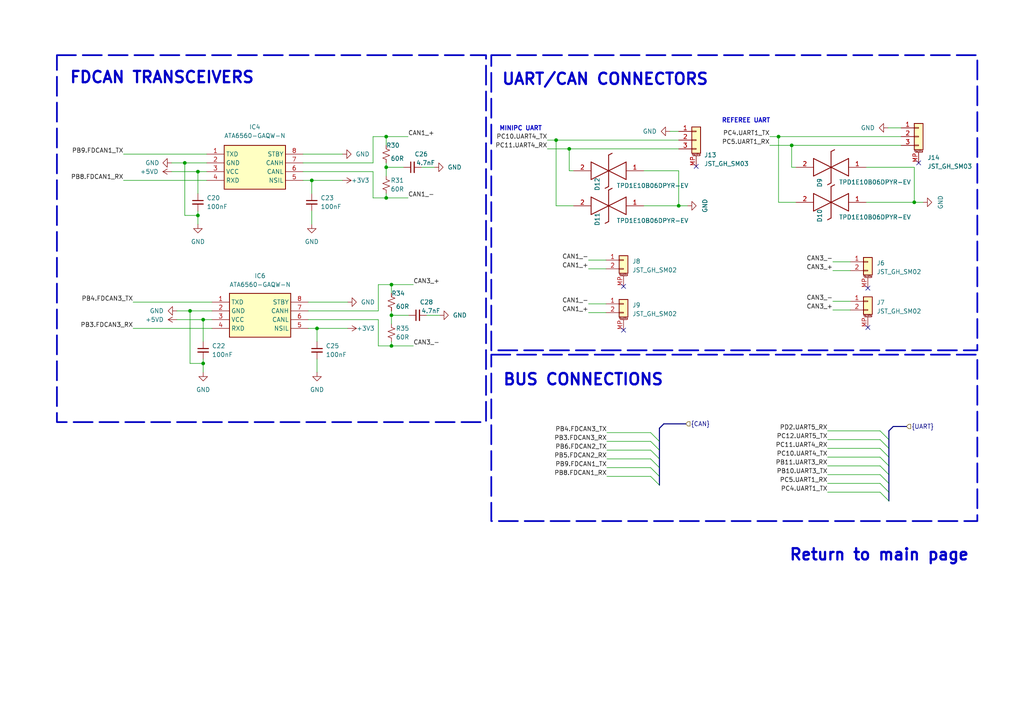
<source format=kicad_sch>
(kicad_sch (version 20231120) (generator "eeschema") (generator_version "8.0")
  (paper "A4")
  (title_block (title "Super Capacitor Module (SCM)") (date "2024-06-22") (rev "v1.0") (company "NUS Calibur Robotics") (comment 2 "Authors : Wx, Yassine Bakkali"))
  (lib_symbols
    (symbol "Connector_Generic_MountingPin:Conn_01x02_MountingPin" (pin_names (offset 1.016) hide)
      (property "Reference" "J" (at 0 2.54 0))
      (property "Value" "Conn_01x02_MountingPin" (at 1.27 -5.08 0))
      (symbol "Conn_01x02_MountingPin_1_1"
        (rectangle (start -1.27 -2.413) (end 0 -2.667) (stroke (width 0.1524)))
        (rectangle (start -1.27 0.127) (end 0 -0.127) (stroke (width 0.1524)))
        (rectangle (start -1.27 1.27) (end 1.27 -3.81) (stroke (width 0.254)) (fill (type background)))
        (polyline (pts (xy -1.016 -4.572) (xy 1.016 -4.572)) (stroke (width 0.1524)))
        (text "Mounting" (at 0 -4.191 0) (effects (font (size 0.381 0.381))))
        (pin passive line (at -5.08 0 0) (length 3.81) (name "Pin_1") (number "1"))
        (pin passive line (at -5.08 -2.54 0) (length 3.81) (name "Pin_2") (number "2"))
        (pin passive line (at 0 -7.62 90) (length 3.048) (name "MountPin") (number "MP"))
      )
    )
    (symbol "Connector_Generic_MountingPin:Conn_01x03_MountingPin" (pin_names (offset 1.016) hide)
      (property "Reference" "J" (at 0 5.08 0))
      (property "Value" "Conn_01x03_MountingPin" (at 1.27 -5.08 0))
      (symbol "Conn_01x03_MountingPin_1_1"
        (rectangle (start -1.27 -2.413) (end 0 -2.667) (stroke (width 0.1524)))
        (rectangle (start -1.27 0.127) (end 0 -0.127) (stroke (width 0.1524)))
        (rectangle (start -1.27 2.667) (end 0 2.413) (stroke (width 0.1524)))
        (rectangle (start -1.27 3.81) (end 1.27 -3.81) (stroke (width 0.254)) (fill (type background)))
        (polyline (pts (xy -1.016 -4.572) (xy 1.016 -4.572)) (stroke (width 0.1524)))
        (text "Mounting" (at 0 -4.191 0) (effects (font (size 0.381 0.381))))
        (pin passive line (at -5.08 2.54 0) (length 3.81) (name "Pin_1") (number "1"))
        (pin passive line (at -5.08 0 0) (length 3.81) (name "Pin_2") (number "2"))
        (pin passive line (at -5.08 -2.54 0) (length 3.81) (name "Pin_3") (number "3"))
        (pin passive line (at 0 -7.62 90) (length 3.048) (name "MountPin") (number "MP"))
      )
    )
    (symbol "Device:C_Small" (pin_numbers hide) (pin_names (offset 0.254) hide)
      (property "Reference" "C" (at 0.254 1.778 0))
      (property "Value" "C_Small" (at 0.254 -2.032 0))
      (symbol "C_Small_0_1"
        (polyline (pts (xy -1.524 -0.508) (xy 1.524 -0.508)) (stroke (width 0.3302)))
        (polyline (pts (xy -1.524 0.508) (xy 1.524 0.508)) (stroke (width 0.3048)))
      )
      (symbol "C_Small_1_1"
        (pin passive line (at 0 2.54 270) (length 2.032) (name "~") (number "1"))
        (pin passive line (at 0 -2.54 90) (length 2.032) (name "~") (number "2"))
      )
    )
    (symbol "Device:R_Small_US" (pin_numbers hide) (pin_names (offset 0.254) hide)
      (property "Reference" "R" (at 0.762 0.508 0))
      (property "Value" "R_Small_US" (at 0.762 -1.016 0))
      (symbol "R_Small_US_1_1"
        (polyline (pts (xy 0 0) (xy 1.016 -0.381) (xy 0 -0.762) (xy -1.016 -1.143) (xy 0 -1.524)))
        (polyline (pts (xy 0 1.524) (xy 1.016 1.143) (xy 0 0.762) (xy -1.016 0.381) (xy 0 0)))
        (pin passive line (at 0 2.54 270) (length 1.016) (name "~") (number "1"))
        (pin passive line (at 0 -2.54 90) (length 1.016) (name "~") (number "2"))
      )
    )
    (symbol "SamacSys_Parts:ATA6560-GAQW-N"
      (property "Reference" "IC" (at 24.13 7.62 0))
      (property "Value" "ATA6560-GAQW-N" (at 24.13 5.08 0))
      (symbol "ATA6560-GAQW-N_1_1"
        (rectangle (start 5.08 2.54) (end 22.86 -10.16) (stroke (width 0.254)) (fill (type background)))
        (pin passive line (at 0 0 0) (length 5.08) (name "TXD") (number "1"))
        (pin passive line (at 0 -2.54 0) (length 5.08) (name "GND") (number "2"))
        (pin passive line (at 0 -5.08 0) (length 5.08) (name "VCC") (number "3"))
        (pin passive line (at 0 -7.62 0) (length 5.08) (name "RXD") (number "4"))
        (pin passive line (at 27.94 -7.62 180) (length 5.08) (name "NSIL") (number "5"))
        (pin passive line (at 27.94 -5.08 180) (length 5.08) (name "CANL") (number "6"))
        (pin passive line (at 27.94 -2.54 180) (length 5.08) (name "CANH") (number "7"))
        (pin passive line (at 27.94 0 180) (length 5.08) (name "STBY") (number "8"))
      )
    )
    (symbol "SamacSys_Parts:PESD5V0F1BL,315" (pin_names hide)
      (property "Reference" "D" (at 15.24 8.89 0))
      (property "Value" "PESD5V0F1BL,315" (at 15.24 6.35 0))
      (symbol "PESD5V0F1BL,315_1_1"
        (polyline (pts (xy 5.08 2.54) (xy 5.08 -2.54)) (stroke (width 0.254)))
        (polyline (pts (xy 5.08 2.54) (xy 10.16 0)) (stroke (width 0.254)))
        (polyline (pts (xy 10.16 -4.572) (xy 9.144 -5.08)) (stroke (width 0.254)))
        (polyline (pts (xy 10.16 -4.572) (xy 10.16 4.572)) (stroke (width 0.254)))
        (polyline (pts (xy 10.16 0) (xy 5.08 -2.54)) (stroke (width 0.254)))
        (polyline (pts (xy 10.16 0) (xy 15.24 -2.54)) (stroke (width 0.254)))
        (polyline (pts (xy 11.176 5.08) (xy 10.16 4.572)) (stroke (width 0.254)))
        (polyline (pts (xy 15.24 2.54) (xy 10.16 0)) (stroke (width 0.254)))
        (polyline (pts (xy 15.24 2.54) (xy 15.24 -2.54)) (stroke (width 0.254)))
        (pin passive line (at 0 0 0) (length 5.08) (name "K1") (number "1"))
        (pin passive line (at 20.32 0 180) (length 5.08) (name "K2") (number "2"))
      )
    )
    (symbol "power:+3V3" (power) (pin_names (offset 0))
      (property "Value" "+3V3" (at 0 3.556 0))
      (symbol "+3V3_0_1"
        (polyline (pts (xy -0.762 1.27) (xy 0 2.54)))
        (polyline (pts (xy 0 0) (xy 0 2.54)))
        (polyline (pts (xy 0 2.54) (xy 0.762 1.27)))
      )
      (symbol "+3V3_1_1"
        (pin power_in line (at 0 0 90) (length 0) hide (name "+3V3") (number "1"))
      )
    )
    (symbol "power:+5VD" (power) (pin_names (offset 0))
      (property "Value" "+5VD" (at 0 3.556 0))
      (symbol "+5VD_0_1"
        (polyline (pts (xy -0.762 1.27) (xy 0 2.54)))
        (polyline (pts (xy 0 0) (xy 0 2.54)))
        (polyline (pts (xy 0 2.54) (xy 0.762 1.27)))
      )
      (symbol "+5VD_1_1"
        (pin power_in line (at 0 0 90) (length 0) hide (name "+5VD") (number "1"))
      )
    )
    (symbol "power:GND" (power) (pin_names (offset 0))
      (property "Value" "GND" (at 0 -3.81 0))
      (symbol "GND_0_1"
        (polyline (pts (xy 0 0) (xy 0 -1.27) (xy 1.27 -1.27) (xy 0 -2.54) (xy -1.27 -1.27) (xy 0 -1.27)))
      )
      (symbol "GND_1_1"
        (pin power_in line (at 0 0 270) (length 0) hide (name "GND") (number "1"))
      )
    )
  )
  (junction (at 113.538 91.44))
  (junction (at 112.014 39.624))
  (junction (at 229.616 42.164))
  (junction (at 55.118 90.17))
  (junction (at 113.538 100.33))
  (junction (at 113.538 82.55))
  (junction (at 225.806 39.624))
  (junction (at 265.176 58.674))
  (junction (at 161.29 40.64))
  (junction (at 58.928 105.41))
  (junction (at 91.948 95.25))
  (junction (at 53.594 47.244))
  (junction (at 90.424 52.324))
  (junction (at 165.1 43.18))
  (junction (at 57.404 49.784))
  (junction (at 196.85 59.69))
  (junction (at 112.014 57.404))
  (junction (at 112.014 48.514))
  (junction (at 58.928 92.71))
  (junction (at 57.404 62.484))
  (no_connect (at 266.446 47.244))
  (no_connect (at 180.848 83.058))
  (no_connect (at 251.714 94.996))
  (no_connect (at 201.93 48.26))
  (no_connect (at 251.714 83.566))
  (no_connect (at 180.848 95.758))
  (bus_entry (at 255.27 140.208) (size 2.54 2.54))
  (bus_entry (at 191.262 128.016) (size -2.54 -2.54))
  (bus_entry (at 255.27 135.128) (size 2.54 2.54))
  (bus_entry (at 255.27 127.508) (size 2.54 2.54))
  (bus_entry (at 191.262 140.716) (size -2.54 -2.54))
  (bus_entry (at 191.262 135.636) (size -2.54 -2.54))
  (bus_entry (at 255.27 130.048) (size 2.54 2.54))
  (bus_entry (at 191.262 138.176) (size -2.54 -2.54))
  (bus_entry (at 255.27 137.668) (size 2.54 2.54))
  (bus_entry (at 191.262 130.556) (size -2.54 -2.54))
  (bus_entry (at 255.27 132.588) (size 2.54 2.54))
  (bus_entry (at 255.27 124.968) (size 2.54 2.54))
  (bus_entry (at 191.262 133.096) (size -2.54 -2.54))
  (bus_entry (at 255.27 142.748) (size 2.54 2.54))
  (wire (pts (xy 35.814 44.704) (xy 59.944 44.704)))
  (wire (pts (xy 170.688 75.438) (xy 175.768 75.438)))
  (wire (pts (xy 112.014 48.514) (xy 117.094 48.514)))
  (wire (pts (xy 58.928 105.41) (xy 58.928 107.95)))
  (wire (pts (xy 51.308 92.71) (xy 58.928 92.71)))
  (wire (pts (xy 38.608 95.25) (xy 61.468 95.25)))
  (bus (pts (xy 257.81 132.588) (xy 257.81 130.048)))
  (bus (pts (xy 191.262 133.096) (xy 191.262 130.556)))
  (wire (pts (xy 240.03 130.048) (xy 255.27 130.048)))
  (bus (pts (xy 257.81 127.508) (xy 257.81 124.968)))
  (wire (pts (xy 49.784 49.784) (xy 57.404 49.784)))
  (wire (pts (xy 109.728 82.55) (xy 113.538 82.55)))
  (wire (pts (xy 55.118 90.17) (xy 55.118 105.41)))
  (wire (pts (xy 196.85 59.69) (xy 199.39 59.69)))
  (wire (pts (xy 108.204 39.624) (xy 112.014 39.624)))
  (wire (pts (xy 59.944 49.784) (xy 57.404 49.784)))
  (wire (pts (xy 57.404 49.784) (xy 57.404 56.134)))
  (wire (pts (xy 170.688 88.138) (xy 175.768 88.138)))
  (wire (pts (xy 51.308 90.17) (xy 55.118 90.17)))
  (wire (pts (xy 229.616 48.514) (xy 229.616 42.164)))
  (wire (pts (xy 176.022 125.476) (xy 188.722 125.476)))
  (wire (pts (xy 223.266 42.164) (xy 229.616 42.164)))
  (wire (pts (xy 55.118 105.41) (xy 58.928 105.41)))
  (wire (pts (xy 113.538 90.17) (xy 113.538 91.44)))
  (wire (pts (xy 113.538 82.55) (xy 119.888 82.55)))
  (wire (pts (xy 53.594 47.244) (xy 59.944 47.244)))
  (wire (pts (xy 90.424 61.214) (xy 90.424 65.024)))
  (wire (pts (xy 176.022 130.556) (xy 188.722 130.556)))
  (bus (pts (xy 257.81 140.208) (xy 257.81 137.668)))
  (wire (pts (xy 229.616 48.514) (xy 230.886 48.514)))
  (wire (pts (xy 165.1 43.18) (xy 196.85 43.18)))
  (wire (pts (xy 55.118 90.17) (xy 61.468 90.17)))
  (wire (pts (xy 186.69 59.69) (xy 196.85 59.69)))
  (wire (pts (xy 109.728 100.33) (xy 109.728 92.71)))
  (wire (pts (xy 265.176 58.674) (xy 265.176 48.514)))
  (wire (pts (xy 113.538 91.44) (xy 118.618 91.44)))
  (wire (pts (xy 109.728 92.71) (xy 89.408 92.71)))
  (wire (pts (xy 53.594 47.244) (xy 53.594 62.484)))
  (wire (pts (xy 257.556 37.084) (xy 261.366 37.084)))
  (wire (pts (xy 161.29 59.69) (xy 166.37 59.69)))
  (wire (pts (xy 194.31 38.1) (xy 196.85 38.1)))
  (wire (pts (xy 196.85 59.69) (xy 196.85 49.53)))
  (wire (pts (xy 240.03 137.668) (xy 255.27 137.668)))
  (wire (pts (xy 58.928 92.71) (xy 58.928 99.06)))
  (wire (pts (xy 113.538 91.44) (xy 113.538 93.98)))
  (wire (pts (xy 176.022 135.636) (xy 188.722 135.636)))
  (bus (pts (xy 191.262 135.636) (xy 191.262 133.096)))
  (wire (pts (xy 240.03 140.208) (xy 255.27 140.208)))
  (wire (pts (xy 251.206 48.514) (xy 265.176 48.514)))
  (wire (pts (xy 225.806 39.624) (xy 261.366 39.624)))
  (wire (pts (xy 241.554 78.486) (xy 246.634 78.486)))
  (wire (pts (xy 112.014 56.134) (xy 112.014 57.404)))
  (wire (pts (xy 241.554 89.916) (xy 246.634 89.916)))
  (bus (pts (xy 257.81 124.968) (xy 259.08 123.698)))
  (wire (pts (xy 123.698 91.44) (xy 127.508 91.44)))
  (wire (pts (xy 53.594 62.484) (xy 57.404 62.484)))
  (wire (pts (xy 176.022 138.176) (xy 188.722 138.176)))
  (wire (pts (xy 122.174 48.514) (xy 125.984 48.514)))
  (bus (pts (xy 257.81 135.128) (xy 257.81 132.588)))
  (bus (pts (xy 191.262 138.176) (xy 191.262 140.716)))
  (wire (pts (xy 161.29 40.64) (xy 196.85 40.64)))
  (bus (pts (xy 259.08 123.698) (xy 262.89 123.698)))
  (bus (pts (xy 191.262 130.556) (xy 191.262 128.016)))
  (bus (pts (xy 192.532 122.936) (xy 198.882 122.936)))
  (wire (pts (xy 108.204 49.784) (xy 87.884 49.784)))
  (wire (pts (xy 90.424 52.324) (xy 90.424 56.134)))
  (wire (pts (xy 240.03 132.588) (xy 255.27 132.588)))
  (wire (pts (xy 49.784 47.244) (xy 53.594 47.244)))
  (bus (pts (xy 257.81 145.288) (xy 257.81 142.748)))
  (wire (pts (xy 240.03 142.748) (xy 255.27 142.748)))
  (wire (pts (xy 229.616 42.164) (xy 261.366 42.164)))
  (wire (pts (xy 89.408 95.25) (xy 91.948 95.25)))
  (wire (pts (xy 170.688 77.978) (xy 175.768 77.978)))
  (wire (pts (xy 108.204 47.244) (xy 87.884 47.244)))
  (wire (pts (xy 225.806 39.624) (xy 225.806 58.674)))
  (wire (pts (xy 158.75 43.18) (xy 165.1 43.18)))
  (wire (pts (xy 91.948 104.14) (xy 91.948 107.95)))
  (wire (pts (xy 251.206 58.674) (xy 265.176 58.674)))
  (wire (pts (xy 176.022 128.016) (xy 188.722 128.016)))
  (bus (pts (xy 257.81 130.048) (xy 257.81 127.508)))
  (wire (pts (xy 240.03 127.508) (xy 255.27 127.508)))
  (wire (pts (xy 223.266 39.624) (xy 225.806 39.624)))
  (wire (pts (xy 112.014 39.624) (xy 118.364 39.624)))
  (wire (pts (xy 241.554 87.376) (xy 246.634 87.376)))
  (bus (pts (xy 257.81 137.668) (xy 257.81 135.128)))
  (wire (pts (xy 57.404 61.214) (xy 57.404 62.484)))
  (bus (pts (xy 191.262 138.176) (xy 191.262 135.636)))
  (wire (pts (xy 186.69 49.53) (xy 196.85 49.53)))
  (bus (pts (xy 191.262 124.206) (xy 192.532 122.936)))
  (wire (pts (xy 225.806 58.674) (xy 230.886 58.674)))
  (wire (pts (xy 38.608 87.63) (xy 61.468 87.63)))
  (wire (pts (xy 108.204 57.404) (xy 108.204 49.784)))
  (wire (pts (xy 165.1 43.18) (xy 165.1 49.53)))
  (wire (pts (xy 109.728 82.55) (xy 109.728 90.17)))
  (wire (pts (xy 113.538 100.33) (xy 119.888 100.33)))
  (wire (pts (xy 113.538 82.55) (xy 113.538 85.09)))
  (wire (pts (xy 176.022 133.096) (xy 188.722 133.096)))
  (wire (pts (xy 35.814 52.324) (xy 59.944 52.324)))
  (wire (pts (xy 170.688 90.678) (xy 175.768 90.678)))
  (wire (pts (xy 113.538 99.06) (xy 113.538 100.33)))
  (wire (pts (xy 112.014 39.624) (xy 112.014 42.164)))
  (wire (pts (xy 240.03 124.968) (xy 255.27 124.968)))
  (bus (pts (xy 257.81 142.748) (xy 257.81 140.208)))
  (wire (pts (xy 108.204 39.624) (xy 108.204 47.244)))
  (wire (pts (xy 112.014 57.404) (xy 118.364 57.404)))
  (wire (pts (xy 267.716 58.674) (xy 265.176 58.674)))
  (wire (pts (xy 112.014 47.244) (xy 112.014 48.514)))
  (wire (pts (xy 165.1 49.53) (xy 166.37 49.53)))
  (wire (pts (xy 91.948 95.25) (xy 91.948 99.06)))
  (wire (pts (xy 112.014 48.514) (xy 112.014 51.054)))
  (wire (pts (xy 108.204 57.404) (xy 112.014 57.404)))
  (wire (pts (xy 57.404 62.484) (xy 57.404 65.024)))
  (wire (pts (xy 87.884 44.704) (xy 99.314 44.704)))
  (wire (pts (xy 89.408 87.63) (xy 100.838 87.63)))
  (wire (pts (xy 109.728 100.33) (xy 113.538 100.33)))
  (wire (pts (xy 240.03 135.128) (xy 255.27 135.128)))
  (wire (pts (xy 158.75 40.64) (xy 161.29 40.64)))
  (wire (pts (xy 241.554 75.946) (xy 246.634 75.946)))
  (wire (pts (xy 91.948 95.25) (xy 100.838 95.25)))
  (wire (pts (xy 90.424 52.324) (xy 99.314 52.324)))
  (bus (pts (xy 191.262 128.016) (xy 191.262 124.206)))
  (wire (pts (xy 109.728 90.17) (xy 89.408 90.17)))
  (wire (pts (xy 58.928 104.14) (xy 58.928 105.41)))
  (wire (pts (xy 61.468 92.71) (xy 58.928 92.71)))
  (wire (pts (xy 87.884 52.324) (xy 90.424 52.324)))
  (wire (pts (xy 161.29 40.64) (xy 161.29 59.69)))
  (rectangle (start 142.494 102.87) (end 283.464 151.13) (stroke (width 0.5) (type dash)))
  (rectangle (start 16.51 16.002) (end 140.97 122.428) (stroke (width 0.5) (type dash)))
  (rectangle (start 142.494 16.002) (end 283.464 101.6) (stroke (width 0.5) (type dash)))
  (text "FDCAN TRANSCEIVERS" (at 46.99 22.606 0) (effects (font (size 3.27 3.27) (thickness 0.654) (bold yes))))
  (text "BUS CONNECTIONS" (at 169.164 110.236 0) (effects (font (size 3.27 3.27) (thickness 0.654) (bold yes))))
  (text "Return to main page" (at 255.016 161.036 0) (effects (font (size 3.27 3.27) (thickness 0.654) (bold yes))))
  (text "REFEREE UART" (at 209.296 35.814 0) (effects (font (size 1.27 1.27) (thickness 0.254) (bold yes)) (justify left bottom)))
  (text "MINIPC UART" (at 144.78 38.1 0) (effects (font (size 1.27 1.27) (thickness 0.254) (bold yes)) (justify left bottom)))
  (text "UART/CAN CONNECTORS" (at 175.514 23.114 0) (effects (font (size 3.27 3.27) (thickness 0.654) (bold yes))))
  (label "CAN3_+" (at 241.554 89.916 180))
  (label "PB8.FDCAN1_RX" (at 35.814 52.324 180))
  (label "CAN1_-" (at 170.688 75.438 180))
  (label "PB5.FDCAN2_RX" (at 176.022 133.096 180))
  (label "PB8.FDCAN1_RX" (at 176.022 138.176 180))
  (label "PB9.FDCAN1_TX" (at 35.814 44.704 180))
  (label "CAN1_+" (at 170.688 77.978 180))
  (label "CAN3_+" (at 119.888 82.55 0))
  (label "PC4.UART1_TX" (at 240.03 142.748 180))
  (label "PC5.UART1_RX" (at 223.266 42.164 180))
  (label "PC4.UART1_TX" (at 223.266 39.624 180))
  (label "PB4.FDCAN3_TX" (at 38.608 87.63 180))
  (label "PB10.UART3_TX" (at 240.03 137.668 180))
  (label "CAN1_-" (at 118.364 57.404 0))
  (label "PC11.UART4_RX" (at 240.03 130.048 180))
  (label "PC10.UART4_TX" (at 240.03 132.588 180))
  (label "CAN1_+" (at 170.688 90.678 180))
  (label "PB11.UART3_RX" (at 240.03 135.128 180))
  (label "PC5.UART1_RX" (at 240.03 140.208 180))
  (label "PB3.FDCAN3_RX" (at 176.022 128.016 180))
  (label "PB3.FDCAN3_RX" (at 38.608 95.25 180))
  (label "CAN1_+" (at 118.364 39.624 0))
  (label "CAN3_+" (at 241.554 78.486 180))
  (label "PB9.FDCAN1_TX" (at 176.022 135.636 180))
  (label "PB4.FDCAN3_TX" (at 176.022 125.476 180))
  (label "PB6.FDCAN2_TX" (at 176.022 130.556 180))
  (label "PD2.UART5_RX" (at 240.03 124.968 180))
  (label "PC10.UART4_TX" (at 158.75 40.64 180))
  (label "CAN3_-" (at 241.554 87.376 180))
  (label "CAN3_-" (at 241.554 75.946 180))
  (label "CAN1_-" (at 170.688 88.138 180))
  (label "CAN3_-" (at 119.888 100.33 0))
  (label "PC12.UART5_TX" (at 240.03 127.508 180))
  (label "PC11.UART4_RX" (at 158.75 43.18 180))
  (hierarchical_label "{UART}" (shape input) (at 262.89 123.698 0))
  (hierarchical_label "{CAN}" (shape input) (at 198.882 122.936 0))
  (symbol (lib_id "Connector_Generic_MountingPin:Conn_01x02_MountingPin") (at 251.714 87.376 0) (unit 1)
    (property "Reference" "J7" (at 254.254 87.7316 0) (effects (justify left)))
    (property "Value" "JST_GH_SM02" (at 254.254 90.2716 0) (effects (justify left)))
    (property "Footprint" "Connector_JST:JST_GH_SM02B-GHS-TB_1x02-1MP_P1.25mm_Horizontal" (effects (hide yes)))
  )
  (symbol (lib_id "power:+5VD") (at 51.308 92.71 90) (unit 1)
    (property "Reference" "#PWR048" (effects (hide yes)))
    (property "Value" "+5VD" (at 47.498 92.71 90) (effects (justify left)))
  )
  (symbol (lib_id "power:GND") (at 99.314 44.704 90) (unit 1)
    (property "Reference" "#PWR056" (effects (hide yes)))
    (property "Value" "GND" (at 103.124 44.704 90) (effects (justify right)))
  )
  (symbol (lib_id "power:+5VD") (at 49.784 49.784 90) (unit 1)
    (property "Reference" "#PWR044" (effects (hide yes)))
    (property "Value" "+5VD" (at 45.974 49.784 90) (effects (justify left)))
  )
  (symbol (lib_id "SamacSys_Parts:ATA6560-GAQW-N") (at 59.944 44.704 0) (unit 1)
    (property "Reference" "IC4" (at 73.914 36.83 0))
    (property "Value" "ATA6560-GAQW-N" (at 73.914 39.37 0))
    (property "Footprint" "SamacSys_Parts:SOIC127P600X175-8N" (effects (hide yes)))
    (property "Height" "1.75" (effects (hide yes)))
    (property "Manufacturer_Name" "Microchip" (effects (hide yes)))
    (property "Manufacturer_Part_Number" "ATA6560-GAQW-N" (effects (hide yes)))
  )
  (symbol (lib_id "power:+3V3") (at 99.314 52.324 270) (unit 1)
    (property "Reference" "#PWR057" (effects (hide yes)))
    (property "Value" "+3V3" (at 101.854 52.324 90) (effects (justify left)))
  )
  (symbol (lib_id "Connector_Generic_MountingPin:Conn_01x03_MountingPin") (at 201.93 40.64 0) (unit 1)
    (property "Reference" "J13" (at 204.216 44.958 0) (effects (justify left)))
    (property "Value" "JST_GH_SM03" (at 204.216 47.498 0) (effects (justify left)))
    (property "Footprint" "Connector_JST:JST_GH_SM03B-GHS-TB_1x03-1MP_P1.25mm_Horizontal" (effects (hide yes)))
  )
  (symbol (lib_id "power:GND") (at 267.716 58.674 90) (unit 1)
    (property "Reference" "#PWR072" (effects (hide yes)))
    (property "Value" "GND" (at 272.796 58.674 0))
  )
  (symbol (lib_id "Device:C_Small") (at 91.948 101.6 0) (unit 1)
    (property "Reference" "C25" (at 94.488 100.3363 0) (effects (justify left)))
    (property "Value" "100nF" (at 94.488 102.8763 0) (effects (justify left)))
    (property "Footprint" "Capacitor_SMD:C_0402_1005Metric_Pad0.74x0.62mm_HandSolder" (effects (hide yes)))
  )
  (symbol (lib_id "Device:R_Small_US") (at 112.014 53.594 0) (unit 1)
    (property "Reference" "R31" (at 113.284 52.324 0) (effects (justify left)))
    (property "Value" "60R" (at 113.284 54.864 0) (effects (justify left)))
    (property "Footprint" "Resistor_SMD:R_0402_1005Metric_Pad0.72x0.64mm_HandSolder" (effects (hide yes)))
  )
  (symbol (lib_id "power:GND") (at 51.308 90.17 270) (unit 1)
    (property "Reference" "#PWR047" (effects (hide yes)))
    (property "Value" "GND" (at 47.498 90.17 90) (effects (justify right)))
  )
  (symbol (lib_id "Device:C_Small") (at 58.928 101.6 0) (unit 1)
    (property "Reference" "C22" (at 61.468 100.3363 0) (effects (justify left)))
    (property "Value" "100nF" (at 61.468 102.8763 0) (effects (justify left)))
    (property "Footprint" "Capacitor_SMD:C_0402_1005Metric_Pad0.74x0.62mm_HandSolder" (effects (hide yes)))
  )
  (symbol (lib_id "SamacSys_Parts:PESD5V0F1BL,315") (at 186.69 49.53 180) (unit 1)
    (property "Reference" "D12" (at 173.228 55.372 90) (effects (justify right)))
    (property "Value" "TPD1E10B06DPYR-EV" (at 178.816 53.848 0) (effects (justify right)))
    (property "Footprint" "Diode_SMD:D_0402_1005Metric_Pad0.77x0.64mm_HandSolder" (effects (hide yes)))
    (property "Datasheet" "https://assets.nexperia.com/documents/data-sheet/PESD5V0F1BL.pdf" (effects (hide yes)))
    (property "Height" "0" (effects (hide yes)))
    (property "Manufacturer_Name" "Nexperia" (effects (hide yes)))
    (property "Manufacturer_Part_Number" "PESD5V0F1BL,315" (effects (hide yes)))
  )
  (symbol (lib_id "Device:R_Small_US") (at 113.538 96.52 0) (unit 1)
    (property "Reference" "R35" (at 114.808 95.25 0) (effects (justify left)))
    (property "Value" "60R" (at 114.808 97.79 0) (effects (justify left)))
    (property "Footprint" "Resistor_SMD:R_0402_1005Metric_Pad0.72x0.64mm_HandSolder" (effects (hide yes)))
  )
  (symbol (lib_id "power:GND") (at 194.31 38.1 270) (unit 1)
    (property "Reference" "#PWR069" (effects (hide yes)))
    (property "Value" "GND" (at 190.5 38.1 90) (effects (justify right)))
  )
  (symbol (lib_id "SamacSys_Parts:PESD5V0F1BL,315") (at 186.69 59.69 180) (unit 1)
    (property "Reference" "D11" (at 173.228 65.532 90) (effects (justify right)))
    (property "Value" "TPD1E10B06DPYR-EV" (at 178.816 64.008 0) (effects (justify right)))
    (property "Footprint" "Diode_SMD:D_0402_1005Metric_Pad0.77x0.64mm_HandSolder" (effects (hide yes)))
    (property "Datasheet" "https://assets.nexperia.com/documents/data-sheet/PESD5V0F1BL.pdf" (effects (hide yes)))
    (property "Height" "0" (effects (hide yes)))
    (property "Manufacturer_Name" "Nexperia" (effects (hide yes)))
    (property "Manufacturer_Part_Number" "PESD5V0F1BL,315" (effects (hide yes)))
  )
  (symbol (lib_id "Device:C_Small") (at 90.424 58.674 0) (unit 1)
    (property "Reference" "C23" (at 92.964 57.4103 0) (effects (justify left)))
    (property "Value" "100nF" (at 92.964 59.9503 0) (effects (justify left)))
    (property "Footprint" "Capacitor_SMD:C_0402_1005Metric_Pad0.74x0.62mm_HandSolder" (effects (hide yes)))
  )
  (symbol (lib_id "power:GND") (at 100.838 87.63 90) (unit 1)
    (property "Reference" "#PWR060" (effects (hide yes)))
    (property "Value" "GND" (at 104.648 87.63 90) (effects (justify right)))
  )
  (symbol (lib_id "SamacSys_Parts:ATA6560-GAQW-N") (at 61.468 87.63 0) (unit 1)
    (property "Reference" "IC6" (at 75.438 80.01 0))
    (property "Value" "ATA6560-GAQW-N" (at 75.438 82.55 0))
    (property "Footprint" "SamacSys_Parts:SOIC127P600X175-8N" (effects (hide yes)))
    (property "Height" "1.75" (effects (hide yes)))
    (property "Manufacturer_Name" "Microchip" (effects (hide yes)))
    (property "Manufacturer_Part_Number" "ATA6560-GAQW-N" (effects (hide yes)))
  )
  (symbol (lib_id "Device:R_Small_US") (at 113.538 87.63 0) (unit 1)
    (property "Reference" "R34" (at 113.538 85.09 0) (effects (justify left)))
    (property "Value" "60R" (at 114.808 88.9 0) (effects (justify left)))
    (property "Footprint" "Resistor_SMD:R_0402_1005Metric_Pad0.72x0.64mm_HandSolder" (effects (hide yes)))
  )
  (symbol (lib_id "power:GND") (at 257.556 37.084 270) (unit 1)
    (property "Reference" "#PWR068" (effects (hide yes)))
    (property "Value" "GND" (at 253.746 37.084 90) (effects (justify right)))
  )
  (symbol (lib_id "power:GND") (at 199.39 59.69 90) (unit 1)
    (property "Reference" "#PWR071" (effects (hide yes)))
    (property "Value" "GND" (at 204.47 59.69 0))
  )
  (symbol (lib_id "power:GND") (at 125.984 48.514 90) (unit 1)
    (property "Reference" "#PWR063" (effects (hide yes)))
    (property "Value" "GND" (at 129.794 48.514 90) (effects (justify right)))
  )
  (symbol (lib_id "power:GND") (at 49.784 47.244 270) (unit 1)
    (property "Reference" "#PWR064" (effects (hide yes)))
    (property "Value" "GND" (at 46.228 47.2439 90) (effects (justify right)))
  )
  (symbol (lib_id "Device:R_Small_US") (at 112.014 44.704 0) (unit 1)
    (property "Reference" "R30" (at 112.014 42.164 0) (effects (justify left)))
    (property "Value" "60R" (at 113.284 45.974 0) (effects (justify left)))
    (property "Footprint" "Resistor_SMD:R_0402_1005Metric_Pad0.72x0.64mm_HandSolder" (effects (hide yes)))
  )
  (symbol (lib_id "power:GND") (at 57.404 65.024 0) (unit 1)
    (property "Reference" "#PWR049" (effects (hide yes)))
    (property "Value" "GND" (at 57.404 70.104 0))
  )
  (symbol (lib_id "power:GND") (at 90.424 65.024 0) (unit 1)
    (property "Reference" "#PWR053" (effects (hide yes)))
    (property "Value" "GND" (at 90.424 70.104 0))
  )
  (symbol (lib_id "power:GND") (at 91.948 107.95 0) (unit 1)
    (property "Reference" "#PWR055" (effects (hide yes)))
    (property "Value" "GND" (at 91.948 113.03 0))
  )
  (symbol (lib_id "power:+3V3") (at 100.838 95.25 270) (unit 1)
    (property "Reference" "#PWR061" (effects (hide yes)))
    (property "Value" "+3V3" (at 103.378 95.25 90) (effects (justify left)))
  )
  (symbol (lib_id "Connector_Generic_MountingPin:Conn_01x02_MountingPin") (at 180.848 88.138 0) (unit 1)
    (property "Reference" "J9" (at 183.388 88.4936 0) (effects (justify left)))
    (property "Value" "JST_GH_SM02" (at 183.388 91.0336 0) (effects (justify left)))
    (property "Footprint" "Connector_JST:JST_GH_SM02B-GHS-TB_1x02-1MP_P1.25mm_Horizontal" (effects (hide yes)))
  )
  (symbol (lib_id "Device:C_Small") (at 57.404 58.674 0) (unit 1)
    (property "Reference" "C20" (at 59.944 57.4103 0) (effects (justify left)))
    (property "Value" "100nF" (at 59.944 59.9503 0) (effects (justify left)))
    (property "Footprint" "Capacitor_SMD:C_0402_1005Metric_Pad0.74x0.62mm_HandSolder" (effects (hide yes)))
  )
  (symbol (lib_id "Connector_Generic_MountingPin:Conn_01x03_MountingPin") (at 266.446 39.624 0) (unit 1)
    (property "Reference" "J14" (at 268.986 45.72 0) (effects (justify left)))
    (property "Value" "JST_GH_SM03" (at 268.986 48.26 0) (effects (justify left)))
    (property "Footprint" "Connector_JST:JST_GH_SM03B-GHS-TB_1x03-1MP_P1.25mm_Horizontal" (effects (hide yes)))
  )
  (symbol (lib_id "Connector_Generic_MountingPin:Conn_01x02_MountingPin") (at 251.714 75.946 0) (unit 1)
    (property "Reference" "J6" (at 254.254 76.3016 0) (effects (justify left)))
    (property "Value" "JST_GH_SM02" (at 254.254 78.8416 0) (effects (justify left)))
    (property "Footprint" "Connector_JST:JST_GH_SM02B-GHS-TB_1x02-1MP_P1.25mm_Horizontal" (effects (hide yes)))
  )
  (symbol (lib_id "Device:C_Small") (at 119.634 48.514 90) (unit 1)
    (property "Reference" "C26" (at 122.174 44.704 90))
    (property "Value" "4.7nF" (at 123.444 47.244 90))
    (property "Footprint" "Capacitor_SMD:C_0402_1005Metric_Pad0.74x0.62mm_HandSolder" (effects (hide yes)))
  )
  (symbol (lib_id "SamacSys_Parts:PESD5V0F1BL,315") (at 251.206 58.674 180) (unit 1)
    (property "Reference" "D10" (at 237.744 64.516 90) (effects (justify right)))
    (property "Value" "TPD1E10B06DPYR-EV" (at 243.332 62.992 0) (effects (justify right)))
    (property "Footprint" "Diode_SMD:D_0402_1005Metric_Pad0.77x0.64mm_HandSolder" (effects (hide yes)))
    (property "Datasheet" "https://assets.nexperia.com/documents/data-sheet/PESD5V0F1BL.pdf" (effects (hide yes)))
    (property "Height" "0" (effects (hide yes)))
    (property "Manufacturer_Name" "Nexperia" (effects (hide yes)))
    (property "Manufacturer_Part_Number" "PESD5V0F1BL,315" (effects (hide yes)))
  )
  (symbol (lib_id "SamacSys_Parts:PESD5V0F1BL,315") (at 251.206 48.514 180) (unit 1)
    (property "Reference" "D9" (at 237.744 54.356 90) (effects (justify right)))
    (property "Value" "TPD1E10B06DPYR-EV" (at 243.332 52.832 0) (effects (justify right)))
    (property "Footprint" "Diode_SMD:D_0402_1005Metric_Pad0.77x0.64mm_HandSolder" (effects (hide yes)))
    (property "Datasheet" "https://assets.nexperia.com/documents/data-sheet/PESD5V0F1BL.pdf" (effects (hide yes)))
    (property "Height" "0" (effects (hide yes)))
    (property "Manufacturer_Name" "Nexperia" (effects (hide yes)))
    (property "Manufacturer_Part_Number" "PESD5V0F1BL,315" (effects (hide yes)))
  )
  (symbol (lib_id "Device:C_Small") (at 121.158 91.44 90) (unit 1)
    (property "Reference" "C28" (at 123.698 87.63 90))
    (property "Value" "4.7nF" (at 124.968 90.17 90))
    (property "Footprint" "Capacitor_SMD:C_0402_1005Metric_Pad0.74x0.62mm_HandSolder" (effects (hide yes)))
  )
  (symbol (lib_id "Connector_Generic_MountingPin:Conn_01x02_MountingPin") (at 180.848 75.438 0) (unit 1)
    (property "Reference" "J8" (at 183.388 75.7936 0) (effects (justify left)))
    (property "Value" "JST_GH_SM02" (at 183.388 78.3336 0) (effects (justify left)))
    (property "Footprint" "Connector_JST:JST_GH_SM02B-GHS-TB_1x02-1MP_P1.25mm_Horizontal" (effects (hide yes)))
  )
  (symbol (lib_id "power:GND") (at 127.508 91.44 90) (unit 1)
    (property "Reference" "#PWR065" (effects (hide yes)))
    (property "Value" "GND" (at 131.318 91.44 90) (effects (justify right)))
  )
  (symbol (lib_id "power:GND") (at 58.928 107.95 0) (unit 1)
    (property "Reference" "#PWR051" (effects (hide yes)))
    (property "Value" "GND" (at 58.928 113.03 0))
  )
)
</source>
